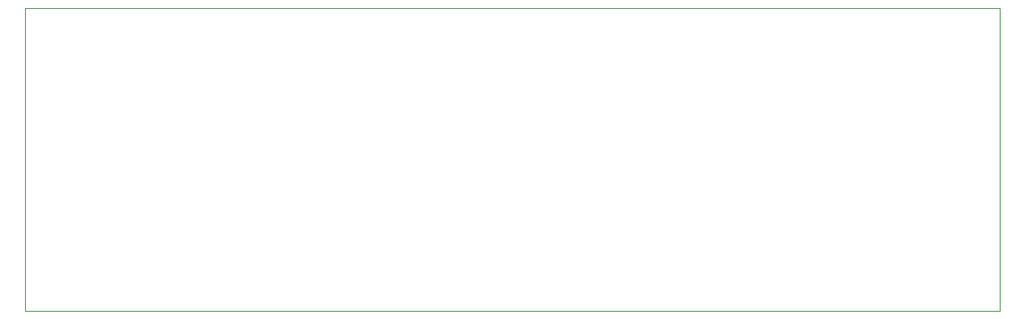
<source format=gbr>
%TF.GenerationSoftware,KiCad,Pcbnew,(6.0.5)*%
%TF.CreationDate,2022-11-10T13:27:30+10:30*%
%TF.ProjectId,1541-II PS,31353431-2d49-4492-9050-532e6b696361,rev?*%
%TF.SameCoordinates,Original*%
%TF.FileFunction,Profile,NP*%
%FSLAX46Y46*%
G04 Gerber Fmt 4.6, Leading zero omitted, Abs format (unit mm)*
G04 Created by KiCad (PCBNEW (6.0.5)) date 2022-11-10 13:27:30*
%MOMM*%
%LPD*%
G01*
G04 APERTURE LIST*
%TA.AperFunction,Profile*%
%ADD10C,0.100000*%
%TD*%
G04 APERTURE END LIST*
D10*
X45720000Y-50165000D02*
X147828000Y-50165000D01*
X147828000Y-50165000D02*
X147828000Y-81915000D01*
X147828000Y-81915000D02*
X45720000Y-81915000D01*
X45720000Y-81915000D02*
X45720000Y-50165000D01*
M02*

</source>
